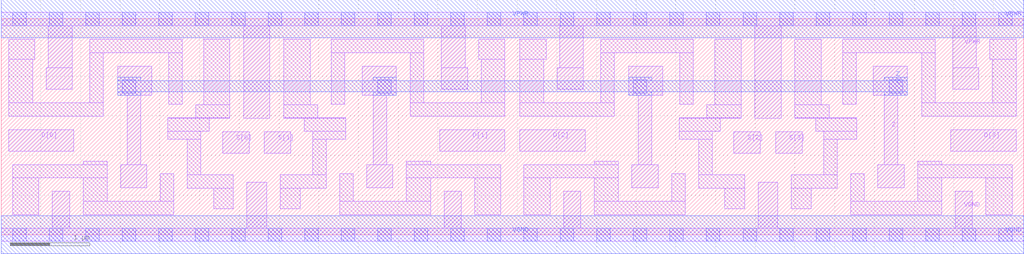
<source format=lef>
# Copyright 2020 The SkyWater PDK Authors
#
# Licensed under the Apache License, Version 2.0 (the "License");
# you may not use this file except in compliance with the License.
# You may obtain a copy of the License at
#
#     https://www.apache.org/licenses/LICENSE-2.0
#
# Unless required by applicable law or agreed to in writing, software
# distributed under the License is distributed on an "AS IS" BASIS,
# WITHOUT WARRANTIES OR CONDITIONS OF ANY KIND, either express or implied.
# See the License for the specific language governing permissions and
# limitations under the License.
#
# SPDX-License-Identifier: Apache-2.0

VERSION 5.7 ;
  NAMESCASESENSITIVE ON ;
  NOWIREEXTENSIONATPIN ON ;
  DIVIDERCHAR "/" ;
  BUSBITCHARS "[]" ;
UNITS
  DATABASE MICRONS 200 ;
END UNITS
PROPERTYDEFINITIONS
  MACRO maskLayoutSubType STRING ;
  MACRO prCellType STRING ;
  MACRO originalViewName STRING ;
END PROPERTYDEFINITIONS
MACRO sky130_fd_sc_hdll__muxb4to1_2
  CLASS CORE ;
  FOREIGN sky130_fd_sc_hdll__muxb4to1_2 ;
  ORIGIN  0.000000  0.000000 ;
  SIZE  12.88000 BY  2.720000 ;
  SYMMETRY X Y R90 ;
  SITE unithd ;
  PIN D[0]
    ANTENNAGATEAREA  0.555000 ;
    DIRECTION INPUT ;
    USE SIGNAL ;
    PORT
      LAYER li1 ;
        RECT 0.095000 1.055000 0.915000 1.325000 ;
    END
  END D[0]
  PIN D[1]
    ANTENNAGATEAREA  0.555000 ;
    DIRECTION INPUT ;
    USE SIGNAL ;
    PORT
      LAYER li1 ;
        RECT 5.525000 1.055000 6.345000 1.325000 ;
    END
  END D[1]
  PIN D[2]
    ANTENNAGATEAREA  0.555000 ;
    DIRECTION INPUT ;
    USE SIGNAL ;
    PORT
      LAYER li1 ;
        RECT 6.535000 1.055000 7.355000 1.325000 ;
    END
  END D[2]
  PIN D[3]
    ANTENNAGATEAREA  0.555000 ;
    DIRECTION INPUT ;
    USE SIGNAL ;
    PORT
      LAYER li1 ;
        RECT 11.965000 1.055000 12.785000 1.325000 ;
    END
  END D[3]
  PIN S[0]
    ANTENNAGATEAREA  0.414000 ;
    DIRECTION INPUT ;
    USE SIGNAL ;
    PORT
      LAYER li1 ;
        RECT 2.790000 1.025000 3.125000 1.295000 ;
    END
  END S[0]
  PIN S[1]
    ANTENNAGATEAREA  0.414000 ;
    DIRECTION INPUT ;
    USE SIGNAL ;
    PORT
      LAYER li1 ;
        RECT 3.315000 1.025000 3.650000 1.295000 ;
    END
  END S[1]
  PIN S[2]
    ANTENNAGATEAREA  0.414000 ;
    DIRECTION INPUT ;
    USE SIGNAL ;
    PORT
      LAYER li1 ;
        RECT 9.230000 1.025000 9.565000 1.295000 ;
    END
  END S[2]
  PIN S[3]
    ANTENNAGATEAREA  0.414000 ;
    DIRECTION INPUT ;
    USE SIGNAL ;
    PORT
      LAYER li1 ;
        RECT 9.755000 1.025000 10.090000 1.295000 ;
    END
  END S[3]
  PIN VGND
    ANTENNADIFFAREA  0.982800 ;
    DIRECTION INOUT ;
    USE SIGNAL ;
    PORT
      LAYER li1 ;
        RECT  0.000000 -0.085000 12.880000 0.085000 ;
        RECT  0.645000  0.085000  0.860000 0.545000 ;
        RECT  3.095000  0.085000  3.345000 0.660000 ;
        RECT  5.580000  0.085000  5.795000 0.545000 ;
        RECT  7.085000  0.085000  7.300000 0.545000 ;
        RECT  9.535000  0.085000  9.785000 0.660000 ;
        RECT 12.020000  0.085000 12.235000 0.545000 ;
      LAYER mcon ;
        RECT  0.145000 -0.085000  0.315000 0.085000 ;
        RECT  0.605000 -0.085000  0.775000 0.085000 ;
        RECT  1.065000 -0.085000  1.235000 0.085000 ;
        RECT  1.525000 -0.085000  1.695000 0.085000 ;
        RECT  1.985000 -0.085000  2.155000 0.085000 ;
        RECT  2.445000 -0.085000  2.615000 0.085000 ;
        RECT  2.905000 -0.085000  3.075000 0.085000 ;
        RECT  3.365000 -0.085000  3.535000 0.085000 ;
        RECT  3.825000 -0.085000  3.995000 0.085000 ;
        RECT  4.285000 -0.085000  4.455000 0.085000 ;
        RECT  4.745000 -0.085000  4.915000 0.085000 ;
        RECT  5.205000 -0.085000  5.375000 0.085000 ;
        RECT  5.665000 -0.085000  5.835000 0.085000 ;
        RECT  6.125000 -0.085000  6.295000 0.085000 ;
        RECT  6.585000 -0.085000  6.755000 0.085000 ;
        RECT  7.045000 -0.085000  7.215000 0.085000 ;
        RECT  7.505000 -0.085000  7.675000 0.085000 ;
        RECT  7.965000 -0.085000  8.135000 0.085000 ;
        RECT  8.425000 -0.085000  8.595000 0.085000 ;
        RECT  8.885000 -0.085000  9.055000 0.085000 ;
        RECT  9.345000 -0.085000  9.515000 0.085000 ;
        RECT  9.805000 -0.085000  9.975000 0.085000 ;
        RECT 10.265000 -0.085000 10.435000 0.085000 ;
        RECT 10.725000 -0.085000 10.895000 0.085000 ;
        RECT 11.185000 -0.085000 11.355000 0.085000 ;
        RECT 11.645000 -0.085000 11.815000 0.085000 ;
        RECT 12.105000 -0.085000 12.275000 0.085000 ;
        RECT 12.565000 -0.085000 12.735000 0.085000 ;
      LAYER met1 ;
        RECT 0.000000 -0.240000 12.880000 0.240000 ;
    END
  END VGND
  PIN VPWR
    ANTENNADIFFAREA  1.880000 ;
    DIRECTION INOUT ;
    USE SIGNAL ;
    PORT
      LAYER li1 ;
        RECT  0.000000 2.635000 12.880000 2.805000 ;
        RECT  0.565000 1.835000  0.895000 2.105000 ;
        RECT  0.595000 2.105000  0.895000 2.635000 ;
        RECT  3.055000 1.465000  3.385000 2.635000 ;
        RECT  5.545000 1.835000  5.875000 2.105000 ;
        RECT  5.545000 2.105000  5.845000 2.635000 ;
        RECT  7.005000 1.835000  7.335000 2.105000 ;
        RECT  7.035000 2.105000  7.335000 2.635000 ;
        RECT  9.495000 1.465000  9.825000 2.635000 ;
        RECT 11.985000 1.835000 12.315000 2.105000 ;
        RECT 11.985000 2.105000 12.285000 2.635000 ;
      LAYER mcon ;
        RECT  0.145000 2.635000  0.315000 2.805000 ;
        RECT  0.605000 2.635000  0.775000 2.805000 ;
        RECT  1.065000 2.635000  1.235000 2.805000 ;
        RECT  1.525000 2.635000  1.695000 2.805000 ;
        RECT  1.985000 2.635000  2.155000 2.805000 ;
        RECT  2.445000 2.635000  2.615000 2.805000 ;
        RECT  2.905000 2.635000  3.075000 2.805000 ;
        RECT  3.365000 2.635000  3.535000 2.805000 ;
        RECT  3.825000 2.635000  3.995000 2.805000 ;
        RECT  4.285000 2.635000  4.455000 2.805000 ;
        RECT  4.745000 2.635000  4.915000 2.805000 ;
        RECT  5.205000 2.635000  5.375000 2.805000 ;
        RECT  5.665000 2.635000  5.835000 2.805000 ;
        RECT  6.125000 2.635000  6.295000 2.805000 ;
        RECT  6.585000 2.635000  6.755000 2.805000 ;
        RECT  7.045000 2.635000  7.215000 2.805000 ;
        RECT  7.505000 2.635000  7.675000 2.805000 ;
        RECT  7.965000 2.635000  8.135000 2.805000 ;
        RECT  8.425000 2.635000  8.595000 2.805000 ;
        RECT  8.885000 2.635000  9.055000 2.805000 ;
        RECT  9.345000 2.635000  9.515000 2.805000 ;
        RECT  9.805000 2.635000  9.975000 2.805000 ;
        RECT 10.265000 2.635000 10.435000 2.805000 ;
        RECT 10.725000 2.635000 10.895000 2.805000 ;
        RECT 11.185000 2.635000 11.355000 2.805000 ;
        RECT 11.645000 2.635000 11.815000 2.805000 ;
        RECT 12.105000 2.635000 12.275000 2.805000 ;
        RECT 12.565000 2.635000 12.735000 2.805000 ;
      LAYER met1 ;
        RECT 0.000000 2.480000 12.880000 2.960000 ;
    END
  END VPWR
  PIN Z
    ANTENNADIFFAREA  1.512800 ;
    DIRECTION OUTPUT ;
    USE SIGNAL ;
    PORT
      LAYER li1 ;
        RECT  1.465000 1.755000  1.895000 2.125000 ;
        RECT  1.505000 0.595000  1.835000 0.885000 ;
        RECT  1.585000 0.885000  1.755000 1.755000 ;
        RECT  4.545000 1.755000  4.975000 2.125000 ;
        RECT  4.605000 0.595000  4.935000 0.885000 ;
        RECT  4.685000 0.885000  4.855000 1.755000 ;
        RECT  7.905000 1.755000  8.335000 2.125000 ;
        RECT  7.945000 0.595000  8.275000 0.885000 ;
        RECT  8.025000 0.885000  8.195000 1.755000 ;
        RECT 10.985000 1.755000 11.415000 2.125000 ;
        RECT 11.045000 0.595000 11.375000 0.885000 ;
        RECT 11.125000 0.885000 11.295000 1.755000 ;
      LAYER mcon ;
        RECT  1.525000 1.785000  1.695000 1.955000 ;
        RECT  4.745000 1.785000  4.915000 1.955000 ;
        RECT  7.965000 1.785000  8.135000 1.955000 ;
        RECT 11.185000 1.785000 11.355000 1.955000 ;
      LAYER met1 ;
        RECT  1.465000 1.755000  1.755000 1.800000 ;
        RECT  1.465000 1.800000 11.415000 1.940000 ;
        RECT  1.465000 1.940000  1.755000 1.985000 ;
        RECT  4.685000 1.755000  4.975000 1.800000 ;
        RECT  4.685000 1.940000  4.975000 1.985000 ;
        RECT  7.905000 1.755000  8.195000 1.800000 ;
        RECT  7.905000 1.940000  8.195000 1.985000 ;
        RECT 11.125000 1.755000 11.415000 1.800000 ;
        RECT 11.125000 1.940000 11.415000 1.985000 ;
    END
  END Z
  OBS
    LAYER li1 ;
      RECT  0.095000 1.495000  1.285000 1.665000 ;
      RECT  0.095000 1.665000  0.395000 2.210000 ;
      RECT  0.095000 2.210000  0.425000 2.465000 ;
      RECT  0.145000 0.255000  0.475000 0.715000 ;
      RECT  0.145000 0.715000  1.335000 0.885000 ;
      RECT  1.030000 0.255000  2.175000 0.425000 ;
      RECT  1.030000 0.425000  1.335000 0.715000 ;
      RECT  1.030000 0.885000  1.335000 0.925000 ;
      RECT  1.115000 1.665000  1.285000 2.295000 ;
      RECT  1.115000 2.295000  2.280000 2.465000 ;
      RECT  2.005000 0.425000  2.175000 0.770000 ;
      RECT  2.100000 1.205000  2.515000 1.305000 ;
      RECT  2.100000 1.305000  2.620000 1.465000 ;
      RECT  2.100000 1.465000  2.880000 1.475000 ;
      RECT  2.110000 1.645000  2.280000 2.295000 ;
      RECT  2.345000 0.585000  2.925000 0.755000 ;
      RECT  2.345000 0.755000  2.515000 1.205000 ;
      RECT  2.450000 1.475000  2.880000 1.635000 ;
      RECT  2.550000 1.635000  2.880000 2.465000 ;
      RECT  2.675000 0.330000  2.925000 0.585000 ;
      RECT  3.515000 0.330000  3.765000 0.585000 ;
      RECT  3.515000 0.585000  4.095000 0.755000 ;
      RECT  3.560000 1.465000  4.340000 1.475000 ;
      RECT  3.560000 1.475000  3.990000 1.635000 ;
      RECT  3.560000 1.635000  3.890000 2.465000 ;
      RECT  3.820000 1.305000  4.340000 1.465000 ;
      RECT  3.925000 0.755000  4.095000 1.205000 ;
      RECT  3.925000 1.205000  4.340000 1.305000 ;
      RECT  4.160000 1.645000  4.330000 2.295000 ;
      RECT  4.160000 2.295000  5.325000 2.465000 ;
      RECT  4.265000 0.255000  5.410000 0.425000 ;
      RECT  4.265000 0.425000  4.435000 0.770000 ;
      RECT  5.105000 0.425000  5.410000 0.715000 ;
      RECT  5.105000 0.715000  6.295000 0.885000 ;
      RECT  5.105000 0.885000  5.410000 0.925000 ;
      RECT  5.155000 1.495000  6.345000 1.665000 ;
      RECT  5.155000 1.665000  5.325000 2.295000 ;
      RECT  5.965000 0.255000  6.295000 0.715000 ;
      RECT  6.015000 2.210000  6.345000 2.465000 ;
      RECT  6.045000 1.665000  6.345000 2.210000 ;
      RECT  6.535000 1.495000  7.725000 1.665000 ;
      RECT  6.535000 1.665000  6.835000 2.210000 ;
      RECT  6.535000 2.210000  6.865000 2.465000 ;
      RECT  6.585000 0.255000  6.915000 0.715000 ;
      RECT  6.585000 0.715000  7.775000 0.885000 ;
      RECT  7.470000 0.255000  8.615000 0.425000 ;
      RECT  7.470000 0.425000  7.775000 0.715000 ;
      RECT  7.470000 0.885000  7.775000 0.925000 ;
      RECT  7.555000 1.665000  7.725000 2.295000 ;
      RECT  7.555000 2.295000  8.720000 2.465000 ;
      RECT  8.445000 0.425000  8.615000 0.770000 ;
      RECT  8.540000 1.205000  8.955000 1.305000 ;
      RECT  8.540000 1.305000  9.060000 1.465000 ;
      RECT  8.540000 1.465000  9.320000 1.475000 ;
      RECT  8.550000 1.645000  8.720000 2.295000 ;
      RECT  8.785000 0.585000  9.365000 0.755000 ;
      RECT  8.785000 0.755000  8.955000 1.205000 ;
      RECT  8.890000 1.475000  9.320000 1.635000 ;
      RECT  8.990000 1.635000  9.320000 2.465000 ;
      RECT  9.115000 0.330000  9.365000 0.585000 ;
      RECT  9.955000 0.330000 10.205000 0.585000 ;
      RECT  9.955000 0.585000 10.535000 0.755000 ;
      RECT 10.000000 1.465000 10.780000 1.475000 ;
      RECT 10.000000 1.475000 10.430000 1.635000 ;
      RECT 10.000000 1.635000 10.330000 2.465000 ;
      RECT 10.260000 1.305000 10.780000 1.465000 ;
      RECT 10.365000 0.755000 10.535000 1.205000 ;
      RECT 10.365000 1.205000 10.780000 1.305000 ;
      RECT 10.600000 1.645000 10.770000 2.295000 ;
      RECT 10.600000 2.295000 11.765000 2.465000 ;
      RECT 10.705000 0.255000 11.850000 0.425000 ;
      RECT 10.705000 0.425000 10.875000 0.770000 ;
      RECT 11.545000 0.425000 11.850000 0.715000 ;
      RECT 11.545000 0.715000 12.735000 0.885000 ;
      RECT 11.545000 0.885000 11.850000 0.925000 ;
      RECT 11.595000 1.495000 12.785000 1.665000 ;
      RECT 11.595000 1.665000 11.765000 2.295000 ;
      RECT 12.405000 0.255000 12.735000 0.715000 ;
      RECT 12.455000 2.210000 12.785000 2.465000 ;
      RECT 12.485000 1.665000 12.785000 2.210000 ;
  END
  PROPERTY maskLayoutSubType "abstract" ;
  PROPERTY prCellType "standard" ;
  PROPERTY originalViewName "layout" ;
END sky130_fd_sc_hdll__muxb4to1_2

</source>
